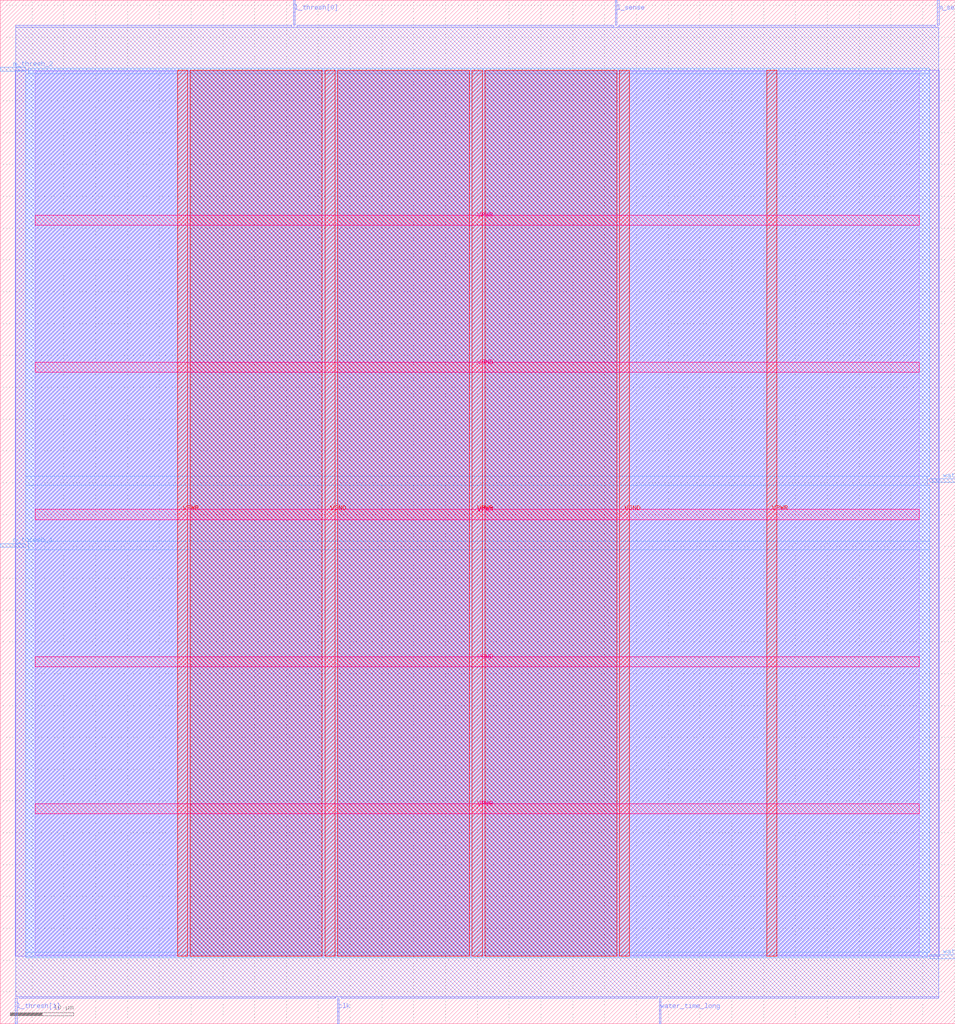
<source format=lef>
VERSION 5.7 ;
  NOWIREEXTENSIONATPIN ON ;
  DIVIDERCHAR "/" ;
  BUSBITCHARS "[]" ;
MACRO fsm
  CLASS BLOCK ;
  FOREIGN fsm ;
  ORIGIN 0.000 0.000 ;
  SIZE 150.120 BY 160.840 ;
  PIN clk
    DIRECTION INPUT ;
    USE SIGNAL ;
    PORT
      LAYER met2 ;
        RECT 52.990 0.000 53.270 4.000 ;
    END
  END clk
  PIN l_sense
    DIRECTION INPUT ;
    USE SIGNAL ;
    PORT
      LAYER met2 ;
        RECT 96.690 156.840 96.970 160.840 ;
    END
  END l_sense
  PIN l_thresh[0]
    DIRECTION INPUT ;
    USE SIGNAL ;
    PORT
      LAYER met2 ;
        RECT 46.090 156.840 46.370 160.840 ;
    END
  END l_thresh[0]
  PIN l_thresh[1]
    DIRECTION INPUT ;
    USE SIGNAL ;
    PORT
      LAYER met2 ;
        RECT 2.390 0.000 2.670 4.000 ;
    END
  END l_thresh[1]
  PIN m_sense
    DIRECTION INPUT ;
    USE SIGNAL ;
    PORT
      LAYER met2 ;
        RECT 147.290 156.840 147.570 160.840 ;
    END
  END m_sense
  PIN m_thresh_1
    DIRECTION INPUT ;
    USE SIGNAL ;
    PORT
      LAYER met3 ;
        RECT 0.000 74.840 4.000 75.440 ;
    END
  END m_thresh_1
  PIN m_thresh_2
    DIRECTION INPUT ;
    USE SIGNAL ;
    PORT
      LAYER met3 ;
        RECT 0.000 149.640 4.000 150.240 ;
    END
  END m_thresh_2
  PIN water_time_long
    DIRECTION INPUT ;
    USE SIGNAL ;
    PORT
      LAYER met2 ;
        RECT 103.590 0.000 103.870 4.000 ;
    END
  END water_time_long
  PIN water_time_short
    DIRECTION INPUT ;
    USE SIGNAL ;
    PORT
      LAYER met3 ;
        RECT 146.120 10.240 150.120 10.840 ;
    END
  END water_time_short
  PIN water_toggle
    DIRECTION OUTPUT TRISTATE ;
    USE SIGNAL ;
    PORT
      LAYER met3 ;
        RECT 146.120 85.040 150.120 85.640 ;
    END
  END water_toggle
  PIN VPWR
    DIRECTION INOUT ;
    USE POWER ;
    PORT
      LAYER met4 ;
        RECT 120.485 10.640 122.085 149.840 ;
    END
  END VPWR
  PIN VPWR
    DIRECTION INOUT ;
    USE POWER ;
    PORT
      LAYER met4 ;
        RECT 74.180 10.640 75.780 149.840 ;
    END
  END VPWR
  PIN VPWR
    DIRECTION INOUT ;
    USE POWER ;
    PORT
      LAYER met4 ;
        RECT 27.875 10.640 29.475 149.840 ;
    END
  END VPWR
  PIN VPWR
    DIRECTION INOUT ;
    USE POWER ;
    PORT
      LAYER met5 ;
        RECT 5.520 125.440 144.440 127.040 ;
    END
  END VPWR
  PIN VPWR
    DIRECTION INOUT ;
    USE POWER ;
    PORT
      LAYER met5 ;
        RECT 5.520 79.200 144.440 80.800 ;
    END
  END VPWR
  PIN VPWR
    DIRECTION INOUT ;
    USE POWER ;
    PORT
      LAYER met5 ;
        RECT 5.520 32.960 144.440 34.560 ;
    END
  END VPWR
  PIN VGND
    DIRECTION INOUT ;
    USE GROUND ;
    PORT
      LAYER met4 ;
        RECT 97.335 10.640 98.935 149.840 ;
    END
  END VGND
  PIN VGND
    DIRECTION INOUT ;
    USE GROUND ;
    PORT
      LAYER met4 ;
        RECT 51.025 10.640 52.625 149.840 ;
    END
  END VGND
  PIN VGND
    DIRECTION INOUT ;
    USE GROUND ;
    PORT
      LAYER met5 ;
        RECT 5.520 102.320 144.440 103.920 ;
    END
  END VGND
  PIN VGND
    DIRECTION INOUT ;
    USE GROUND ;
    PORT
      LAYER met5 ;
        RECT 5.520 56.080 144.440 57.680 ;
    END
  END VGND
  OBS
      LAYER li1 ;
        RECT 5.520 10.795 144.440 149.685 ;
      LAYER met1 ;
        RECT 2.370 10.640 147.590 149.840 ;
      LAYER met2 ;
        RECT 2.400 156.560 45.810 156.840 ;
        RECT 46.650 156.560 96.410 156.840 ;
        RECT 97.250 156.560 147.010 156.840 ;
        RECT 2.400 4.280 147.560 156.560 ;
        RECT 2.950 4.000 52.710 4.280 ;
        RECT 53.550 4.000 103.310 4.280 ;
        RECT 104.150 4.000 147.560 4.280 ;
      LAYER met3 ;
        RECT 4.400 149.240 146.120 150.105 ;
        RECT 4.000 86.040 146.120 149.240 ;
        RECT 4.000 84.640 145.720 86.040 ;
        RECT 4.000 75.840 146.120 84.640 ;
        RECT 4.400 74.440 146.120 75.840 ;
        RECT 4.000 11.240 146.120 74.440 ;
        RECT 4.000 10.375 145.720 11.240 ;
      LAYER met4 ;
        RECT 29.875 10.640 50.625 149.840 ;
        RECT 53.025 10.640 73.780 149.840 ;
        RECT 76.180 10.640 96.935 149.840 ;
  END
END fsm
END LIBRARY


</source>
